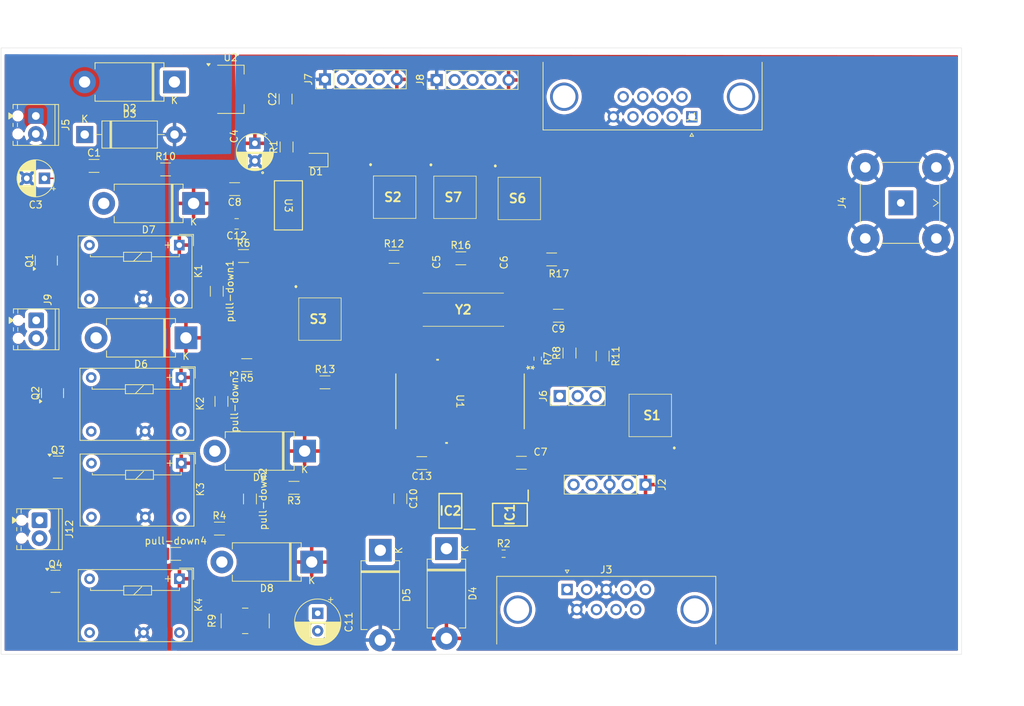
<source format=kicad_pcb>
(kicad_pcb (version 20241229) (generator "pcbnew") (generator_version "9.0")
  (layers (0 "F.Cu" signal) (2 "B.Cu" signal) (13 "F.Paste" user) (15 "B.Paste" user) (5 "F.SilkS" user "F.Silkscreen") (7 "B.SilkS" user "B.Silkscreen") (1 "F.Mask" user) (3 "B.Mask" user) (25 "Edge.Cuts" user))
  (net 0 "")
  (net 1 "Net-(D2-K)")
  (net 2 "GNDPWR")
  (net 3 "+5V")
  (net 4 "GND")
  (net 5 "/Circuito Digital/OS-")
  (net 6 "/Circuito Digital/OS+")
  (net 7 "+3.3V")
  (net 8 "Net-(C9-Pad1)")
  (net 9 "Net-(D4-K)")
  (net 10 "Net-(D5-K)")
  (net 11 "Net-(D1-A)")
  (net 12 "+12V")
  (net 13 "/motores/H3")
  (net 14 "/motores/H4")
  (net 15 "/motores/H1")
  (net 16 "/motores/H2")
  (net 17 "/Circuito Digital/CAN-")
  (net 18 "/Circuito Digital/CAN+")
  (net 19 "/Circuito Digital/CAN_TX")
  (net 20 "/Circuito Digital/CAN_RX")
  (net 23 "SENSOR")
  (net 25 "Net-(IC2-VIN+)")
  (net 28 "/Circuito Digital/USART_RX")
  (net 33 "/Circuito Digital/USART_TX")
  (net 36 "/Circuito Digital/PGD")
  (net 37 "/Circuito Digital/PGC")
  (net 38 "/Circuito Digital/PROG_MCLR")
  (net 46 "/Circuito Digital/RF")
  (net 47 "/Circuito Digital/MCLR")
  (net 48 "/Circuito Digital/MAN_MCLR")
  (net 49 "CLOSE")
  (net 51 "OPEN")
  (net 52 "DOWN")
  (net 54 "UP")
  (net 55 "/motores/LIN2")
  (net 56 "/motores/LIN1")
  (net 57 "/motores/DC1")
  (net 58 "/motores/DC2")
  (net 59 "Net-(Q1-G)")
  (net 60 "Net-(Q3-G)")
  (net 61 "Net-(Q2-G)")
  (net 62 "Net-(Q4-G)")
  (net 63 "L_DC")
  (net 64 "R_DC")
  (net 65 "R_LIN")
  (net 66 "L_LIN")
  (net 67 "/Circuito Digital/FINAL_ALTO")
  (net 68 "/Circuito Digital/L_DC")
  (net 70 "/Circuito Digital/OUT_RFID")
  (net 71 "/Circuito Digital/L_LIN")
  (net 72 "/Circuito Digital/R_LIN")
  (net 73 "/Circuito Digital/FINAL_BAJO")
  (net 74 "/Circuito Digital/RESET_RFID")
  (net 75 "/Circuito Digital/IN_RFID")
  (net 76 "/Circuito Digital/SENSOR")
  (net 78 "/Circuito Digital/R_DC")
  (footprint "Capacitor_SMD:C_1206_3216Metric" (layer "F.Cu") (at 124.74 79.585 -90)
    (property "Reference" "pull-down1" (at 0 -1.85 90) (layer "F.SilkS"))
    (property "Value" "10k")
    (pad "1" smd roundrect (at -1.475 0 270) (size 1.15 1.8) (layers "F.Cu" "F.Mask" "F.Paste") (roundrect_rratio 0.217391) (net 59 "Net-(Q1-G)"))
    (pad "2" smd roundrect (at 1.475 0 270) (size 1.15 1.8) (layers "F.Cu" "F.Mask" "F.Paste") (roundrect_rratio 0.217391) (net 4 "GND"))
  )
  (footprint "Diode_THT:D_DO-15_P12.70mm_Horizontal" (layer "F.Cu") (at 106.07 57.41)
    (property "Reference" "D3" (at 6.35 -2.92 0) (layer "F.SilkS"))
    (property "Value" "D_Zener")
    (fp_text user "K" (at 0 -2.2 0) (layer "F.SilkS"))
    (pad "1" thru_hole rect (at 0 0) (size 2.4 2.4) (drill 1.2) (layers "*.Cu" "*.Mask") (net 1 "Net-(D2-K)"))
    (pad "2" thru_hole oval (at 12.7 0) (size 2.4 2.4) (drill 1.2) (layers "*.Cu" "*.Mask") (net 2 "GNDPWR"))
  )
  (footprint "Relay_THT:Relay_SPDT_Omron_G6E" (layer "F.Cu") (at 119.44 73.05 -90)
    (property "Reference" "K1" (at 3.7 -2.7 90) (layer "F.SilkS"))
    (property "Value" "G6E")
    (pad "1" thru_hole rect (at 0 0 180) (size 1.50114 1.50114) (drill 0.8001) (layers "*.Cu" "*.Mask") (net 3 "+5V"))
    (pad "6" thru_hole circle (at 0 12.7 180) (size 1.50114 1.50114) (drill 0.8001) (layers "*.Cu" "*.Mask") (net 14 "/motores/H4"))
    (pad "7" thru_hole circle (at 7.62 12.7 180) (size 1.50114 1.50114) (drill 0.8001) (layers "*.Cu" "*.Mask") (net 56 "/motores/LIN1"))
    (pad "10" thru_hole circle (at 7.62 5.08 180) (size 1.50114 1.50114) (drill 0.8001) (layers "*.Cu" "*.Mask") (net 2 "GNDPWR"))
    (pad "12" thru_hole circle (at 7.62 0 180) (size 1.50114 1.50114) (drill 0.8001) (layers "*.Cu" "*.Mask") (net 12 "+12V"))
  )
  (footprint "Capacitor_SMD:C_1206_3216Metric" (layer "F.Cu") (at 150.7 108.925 -90)
    (property "Reference" "C10" (at 0 -1.85 90) (layer "F.SilkS"))
    (property "Value" "100n")
    (pad "1" smd roundrect (at -1.475 0 270) (size 1.15 1.8) (layers "F.Cu" "F.Mask" "F.Paste") (roundrect_rratio 0.217391) (net 3 "+5V"))
    (pad "2" smd roundrect (at 1.475 0 270) (size 1.15 1.8) (layers "F.Cu" "F.Mask" "F.Paste") (roundrect_rratio 0.217391) (net 4 "GND"))
  )
  (footprint "TerminalBlock_Phoenix:TerminalBlock_Phoenix_MPT-0,5-2-2.54_1x02_P2.54mm_Horizontal" (layer "F.Cu") (at 99.68 111.98 -90)
    (property "Reference" "J12" (at 1.27 -4.22 90) (layer "F.SilkS"))
    (property "Value" "motor_dc")
    (pad "" np_thru_hole circle (at 0 2.54 270) (size 1.1 1.1) (drill 1.1) (layers "*.Cu" "*.Mask"))
    (pad "" np_thru_hole circle (at 2.54 2.54 270) (size 1.1 1.1) (drill 1.1) (layers "*.Cu" "*.Mask"))
    (pad "1" thru_hole roundrect (at 0 0 270) (size 2.2 2.2) (drill 1.1) (layers "*.Cu" "*.Mask") (roundrect_rratio 0.113636) (net 58 "/motores/DC2"))
    (pad "2" thru_hole circle (at 2.54 0 270) (size 2.2 2.2) (drill 1.1) (layers "*.Cu" "*.Mask") (net 57 "/motores/DC1"))
  )
  (footprint "Diode_THT:D_DO-201AD_P12.70mm_Horizontal" (layer "F.Cu") (at 118.75 49.97 180)
    (property "Reference" "D2" (at 6.35 -3.72 0) (layer "F.SilkS"))
    (property "Value" "D")
    (fp_text user "K" (at 0 -2.6 0) (layer "F.SilkS"))
    (pad "1" thru_hole rect (at 0 0 180) (size 3.2 3.2) (drill 1.6) (layers "*.Cu" "*.Mask") (net 1 "Net-(D2-K)"))
    (pad "2" thru_hole oval (at 12.7 0 180) (size 3.2 3.2) (drill 1.6) (layers "*.Cu" "*.Mask") (net 12 "+12V"))
  )
  (footprint "Connector_PinHeader_2.54mm:PinHeader_1x05_P2.54mm_Vertical" (layer "F.Cu") (at 185.36 106.94 -90)
    (property "Reference" "J2" (at 0 -2.33 90) (layer "F.SilkS"))
    (property "Value" "ICSP")
    (pad "1" thru_hole rect (at 0 0 270) (size 1.7 1.7) (drill 1) (layers "*.Cu" "*.Mask") (net 3 "+5V"))
    (pad "2" thru_hole oval (at 0 2.54 270) (size 1.7 1.7) (drill 1) (layers "*.Cu" "*.Mask") (net 38 "/Circuito Digital/PROG_MCLR"))
    (pad "3" thru_hole oval (at 0 5.08 270) (size 1.7 1.7) (drill 1) (layers "*.Cu" "*.Mask") (net 4 "GND"))
    (pad "4" thru_hole oval (at 0 7.62 270) (size 1.7 1.7) (drill 1) (layers "*.Cu" "*.Mask") (net 37 "/Circuito Digital/PGC"))
    (pad "5" thru_hole oval (at 0 10.16 270) (size 1.7 1.7) (drill 1) (layers "*.Cu" "*.Mask") (net 36 "/Circuito Digital/PGD"))
  )
  (footprint "3-1437565-0:314375650" (layer "F.Cu") (at 186.03 97.15 180)
    (property "Reference" "S1" (at -0.25 0 0) (layer "F.SilkS") (effects (font (size 1.27 1.27) (thickness 0.254))))
    (property "Value" "3-1437565-0" (hide yes))
    (pad "1" smd rect (at -2.23 -4.55 180) (size 1.4 2.1) (layers "F.Cu" "F.Mask" "F.Paste") (net 4 "GND"))
    (pad "2" smd rect (at -2.23 4.55 180) (size 1.4 2.1) (layers "F.Cu" "F.Mask" "F.Paste") (net 4 "GND"))
    (pad "3" smd rect (at 2.23 -4.55 180) (size 1.4 2.1) (layers "F.Cu" "F.Mask" "F.Paste") (net 48 "/Circuito Digital/MAN_MCLR"))
    (pad "4" smd rect (at 2.23 4.55 180) (size 1.4 2.1) (layers "F.Cu" "F.Mask" "F.Paste") (net 48 "/Circuito Digital/MAN_MCLR"))
  )
  (footprint "Capacitor_SMD:C_1206_3216Metric" (layer "F.Cu") (at 179.3 88.755 -90)
    (property "Reference" "R11" (at 0 -1.85 90) (layer "F.SilkS"))
    (property "Value" "10k")
    (pad "1" smd roundrect (at -1.475 0 270) (size 1.15 1.8) (layers "F.Cu" "F.Mask" "F.Paste") (roundrect_rratio 0.217391) (net 3 "+5V"))
    (pad "2" smd roundrect (at 1.475 0 270) (size 1.15 1.8) (layers "F.Cu" "F.Mask" "F.Paste") (roundrect_rratio 0.217391) (net 48 "/Circuito Digital/MAN_MCLR"))
  )
  (footprint "3-1437565-0:314375650" (layer "F.Cu") (at 158.42 66.29)
    (property "Reference" "S7" (at -0.25 0 0) (layer "F.SilkS") (effects (font (size 1.27 1.27) (thickness 0.254))))
    (property "Value" "3-1437565-0" (hide yes))
    (pad "1" smd rect (at -2.23 -4.55) (size 1.4 2.1) (layers "F.Cu" "F.Mask" "F.Paste") (net 4 "GND"))
    (pad "2" smd rect (at -2.23 4.55) (size 1.4 2.1) (layers "F.Cu" "F.Mask" "F.Paste") (net 4 "GND"))
    (pad "3" smd rect (at 2.23 -4.55) (size 1.4 2.1) (layers "F.Cu" "F.Mask" "F.Paste") (net 54 "UP"))
    (pad "4" smd rect (at 2.23 4.55) (size 1.4 2.1) (layers "F.Cu" "F.Mask" "F.Paste") (net 54 "UP"))
  )
  (footprint "Package_TO_SOT_SMD:SOT-23" (layer "F.Cu") (at 102.2725 104.46)
    (property "Reference" "Q3" (at 0 -2.4 0) (layer "F.SilkS"))
    (property "Value" "AO3401A")
    (pad "1" smd roundrect (at -0.9375 -0.95) (size 1.475 0.6) (layers "F.Cu" "F.Mask" "F.Paste") (net 60 "Net-(Q3-G)"))
    (pad "2" smd roundrect (at -0.9375 0.95) (size 1.475 0.6) (layers "F.Cu" "F.Mask" "F.Paste") (net 2 "GNDPWR"))
    (pad "3" smd roundrect (at 0.9375 0) (size 1.475 0.6) (layers "F.Cu" "F.Mask" "F.Paste") (net 16 "/motores/H2"))
  )
  (footprint "Resistor_SMD:R_Shunt_Ohmite_LVK25" (layer "F.Cu") (at 128.76 126.22 90)
    (property "Reference" "R9" (at 0 -4.7 90) (layer "F.SilkS"))
    (property "Value" "R_Shunt")
    (pad "1" smd rect (at -1.8 -2.15 90) (size 1.4 3.3) (layers "F.Cu" "F.Mask" "F.Paste") (net 58 "/motores/DC2"))
    (pad "2" smd rect (at -1.8 2.15 90) (size 1.4 3.3) (layers "F.Cu" "F.Mask" "F.Paste") (net 25 "Net-(IC2-VIN+)"))
    (pad "3" smd rect (at 1.8 -2.15 90) (size 1.4 3.3) (layers "F.Cu" "F.Mask" "F.Paste") (net 10 "Net-(D5-K)"))
    (pad "4" smd rect (at 1.8 2.15 90) (size 1.4 3.3) (layers "F.Cu" "F.Mask" "F.Paste") (net 2 "GNDPWR"))
  )
  (footprint "3-1437565-0:314375650" (layer "F.Cu") (at 149.89 66.27)
    (property "Reference" "S2" (at -0.25 0 0) (layer "F.SilkS") (effects (font (size 1.27 1.27) (thickness 0.254))))
    (property "Value" "3-1437565-0" (hide yes))
    (pad "1" smd rect (at -2.23 -4.55) (size 1.4 2.1) (layers "F.Cu" "F.Mask" "F.Paste") (net 4 "GND"))
    (pad "2" smd rect (at -2.23 4.55) (size 1.4 2.1) (layers "F.Cu" "F.Mask" "F.Paste") (net 4 "GND"))
    (pad "3" smd rect (at 2.23 -4.55) (size 1.4 2.1) (layers "F.Cu" "F.Mask" "F.Paste") (net 51 "OPEN"))
    (pad "4" smd rect (at 2.23 4.55) (size 1.4 2.1) (layers "F.Cu" "F.Mask" "F.Paste") (net 51 "OPEN"))
  )
  (footprint "Resistor_SMD:R_0603_1608Metric" (layer "F.Cu") (at 165.3 116.71)
    (property "Reference" "R2" (at 0 -1.43 0) (layer "F.SilkS"))
    (property "Value" "60")
    (pad "1" smd roundrect (at -0.825 0) (size 0.8 0.95) (layers "F.Cu" "F.Mask" "F.Paste") (net 17 "/Circuito Digital/CAN-"))
    (pad "2" smd roundrect (at 0.825 0) (size 0.8 0.95) (layers "F.Cu" "F.Mask" "F.Paste") (net 18 "/Circuito Digital/CAN+"))
  )
  (footprint "Connector_PinHeader_2.54mm:PinHeader_1x05_P2.54mm_Vertical" (layer "F.Cu") (at 140.04 49.6 90)
    (property "Reference" "J7" (at 0 -2.33 90) (layer "F.SilkS"))
    (property "Value" "DOOR")
    (pad "1" thru_hole rect (at 0 0 90) (size 1.7 1.7) (drill 1) (layers "*.Cu" "*.Mask") (net 4 "GND"))
    (pad "2" thru_hole oval (at 0 2.54 90) (size 1.7 1.7) (drill 1) (layers "*.Cu" "*.Mask"))
    (pad "3" thru_hole oval (at 0 5.08 90) (size 1.7 1.7) (drill 1) (layers "*.Cu" "*.Mask") (net 49 "CLOSE"))
    (pad "4" thru_hole oval (at 0 7.62 90) (size 1.7 1.7) (drill 1) (layers "*.Cu" "*.Mask") (net 51 "OPEN"))
    (pad "5" thru_hole oval (at 0 10.16 90) (size 1.7 1.7) (drill 1) (layers "*.Cu" "*.Mask") (net 3 "+5V"))
  )
  (footprint "3-1437565-0:314375650" (layer "F.Cu") (at 167.52 66.45)
    (property "Reference" "S6" (at -0.25 0 0) (layer "F.SilkS") (effects (font (size 1.27 1.27) (thickness 0.254))))
    (property "Value" "3-1437565-0" (hide yes))
    (pad "1" smd rect (at -2.23 -4.55) (size 1.4 2.1) (layers "F.Cu" "F.Mask" "F.Paste") (net 4 "GND"))
    (pad "2" smd rect (at -2.23 4.55) (size 1.4 2.1) (layers "F.Cu" "F.Mask" "F.Paste") (net 4 "GND"))
    (pad "3" smd rect (at 2.23 -4.55) (size 1.4 2.1) (layers "F.Cu" "F.Mask" "F.Paste") (net 52 "DOWN"))
    (pad "4" smd rect (at 2.23 4.55) (size 1.4 2.1) (layers "F.Cu" "F.Mask" "F.Paste") (net 52 "DOWN"))
  )
  (footprint "PIC18F2580T_I_SO:SOIC28-W_MC_MCH" (layer "F.Cu") (at 159.135 95.155 -90)
    (property "Reference" "U1" (at 0 0 270) (layer "F.SilkS"))
    (property "Value" "PIC18F2580T-I/SO")
    (fp_text user "*" (at -4.769 -9.9568 270) (layer "F.SilkS"))
    (fp_text user "*" (at -4.769 -9.9568 90) (layer "F.SilkS"))
    (pad "1" smd rect (at -4.515 -8.255 270) (size 1.9812 0.5588) (layers "F.Cu" "F.Mask" "F.Paste") (net 47 "/Circuito Digital/MCLR"))
    (pad "2" smd rect (at -4.515 -6.985 270) (size 1.9812 0.5588) (layers "F.Cu" "F.Mask" "F.Paste") (net 68 "/Circuito Digital/L_DC"))
    (pad "3" smd rect (at -4.515 -5.715 270) (size 1.9812 0.5588) (layers "F.Cu" "F.Mask" "F.Paste") (net 78 "/Circuito Digital/R_DC"))
    (pad "4" smd rect (at -4.515 -4.445 270) (size 1.9812 0.5588) (layers "F.Cu" "F.Mask" "F.Paste") (net 71 "/Circuito Digital/L_LIN"))
    (pad "5" smd rect (at -4.515 -3.175 270) (size 1.9812 0.5588) (layers "F.Cu" "F.Mask" "F.Paste") (net 72 "/Circuito Digital/R_LIN"))
    (pad "6" smd rect (at -4.515 -1.905 270) (size 1.9812 0.5588) (layers "F.Cu" "F.Mask" "F.Paste"))
    (pad "7" smd rect (at -4.515 -0.635 270) (size 1.9812 0.5588) (layers "F.Cu" "F.Mask" "F.Paste") (net 52 "DOWN"))
    (pad "8" smd rect (at -4.515 0.635 270) (size 1.9812 0.5588) (layers "F.Cu" "F.Mask" "F.Paste") (net 4 "GND"))
    (pad "9" smd rect (at -4.515 1.905 270) (size 1.9812 0.5588) (layers "F.Cu" "F.Mask" "F.Paste") (net 6 "/Circuito Digital/OS+"))
    (pad "10" smd rect (at -4.515 3.175 270) (size 1.9812 0.5588) (layers "F.Cu" "F.Mask" "F.Paste") (net 5 "/Circuito Digital/OS-"))
    (pad "11" smd rect (at -4.515 4.445 270) (size 1.9812 0.5588) (layers "F.Cu" "F.Mask" "F.Paste") (net 54 "UP"))
    (pad "12" smd rect (at -4.515 5.715 270) (size 1.9812 0.5588) (layers "F.Cu" "F.Mask" "F.Paste") (net 51 "OPEN"))
    (pad "13" smd rect (at -4.515 6.985 270) (size 1.9812 0.5588) (layers "F.Cu" "F.Mask" "F.Paste") (net 49 "CLOSE"))
    (pad "14" smd rect (at -4.515 8.255 270) (size 1.9812 0.5588) (layers "F.Cu" "F.Mask" "F.Paste") (net 74 "/Circuito Digital/RESET_RFID"))
    (pad "15" smd rect (at 4.515 8.255 270) (size 1.9812 0.5588) (layers "F.Cu" "F.Mask" "F.Paste") (net 70 "/Circuito Digital/OUT_RFID"))
    (pad "16" smd rect (at 4.515 6.985 270) (size 1.9812 0.5588) (layers "F.Cu" "F.Mask" "F.Paste") (net 75 "/Circuito Digital/IN_RFID"))
    (pad "17" smd rect (at 4.515 5.715 270) (size 1.9812 0.5588) (layers "F.Cu" "F.Mask" "F.Paste") (net 33 "/Circuito Digital/USART_TX"))
    (pad "18" smd rect (at 4.515 4.445 270) (size 1.9812 0.5588) (layers "F.Cu" "F.Mask" "F.Paste") (net 28 "/Circuito Digital/USART_RX"))
    (pad "19" smd rect (at 4.515 3.175 270) (size 1.9812 0.5588) (layers "F.Cu" "F.Mask" "F.Paste") (net 4 "GND"))
    (pad "20" smd rect (at 4.515 1.905 270) (size 1.9812 0.5588) (layers "F.Cu" "F.Mask" "F.Paste") (net 3 "+5V"))
    (pad "21" smd rect (at 4.515 0.635 270) (size 1.9812 0.5588) (layers "F.Cu" "F.Mask" "F.Paste") (net 67 "/Circuito Digital/FINAL_ALTO"))
    (pad "22" smd rect (at 4.515 -0.635 270) (size 1.9812 0.5588) (layers "F.Cu" "F.Mask" "F.Paste") (net 76 "/Circuito Digital/SENSOR"))
    (pad "23" smd rect (at 4.515 -1.905 270) (size 1.9812 0.5588) (layers "F.Cu" "F.Mask" "F.Paste") (net 19 "/Circuito Digital/CAN_TX"))
    (pad "24" smd rect (at 4.515 -3.175 270) (size 1.9812 0.5588) (layers "F.Cu" "F.Mask" "F.Paste") (net 20 "/Circuito Digital/CAN_RX"))
    (pad "25" smd rect (at 4.515 -4.445 270) (size 1.9812 0.5588) (layers "F.Cu" "F.Mask" "F.Paste") (net 73 "/Circuito Digital/FINAL_BAJO"))
    (pad "26" smd rect (at 4.515 -5.715 270) (size 1.9812 0.5588) (layers "F.Cu" "F.Mask" "F.Paste"))
    (pad "27" smd rect (at 4.515 -6.985 270) (size 1.9812 0.5588) (layers "F.Cu" "F.Mask" "F.Paste") (net 37 "/Circuito Digital/PGC"))
    (pad "28" smd rect (at 4.515 -8.255 270) (size 1.9812 0.5588) (layers "F.Cu" "F.Mask" "F.Paste") (net 36 "/Circuito Digital/PGD"))
  )
  (footprint "Capacitor_SMD:C_1206_3216Metric" (layer "F.Cu") (at 149.8 74.71)
    (property "Reference" "R12" (at 0 -1.85 0) (layer "F.SilkS"))
    (property "Value" "10k")
    (pad "1" smd roundrect (at -1.475 0) (size 1.15 1.8) (layers "F.Cu" "F.Mask" "F.Paste") (roundrect_rratio 0.217391) (net 3 "+5V"))
    (pad "2" smd roundrect (at 1.475 0) (size 1.15 1.8) (layers "F.Cu" "F.Mask" "F.Paste") (roundrect_rratio 0.217391) (net 51 "OPEN"))
  )
  (footprint "Capacitor_SMD:C_1206_3216Metric" (layer "F.Cu") (at 140.04 92.47)
    (property "Reference" "R13" (at 0 -1.85 0) (layer "F.SilkS"))
    (property "Value" "10k")
    (pad "1" smd roundrect (at -1.475 0) (size 1.15 1.8) (layers "F.Cu" "F.Mask" "F.Paste") (roundrect_rratio 0.217391) (net 3 "+5V"))
    (pad "2" smd roundrect (at 1.475 0) (size 1.15 1.8) (layers "F.Cu" "F.Mask" "F.Paste") (roundrect_rratio 0.217391) (net 49 "CLOSE"))
  )
  (footprint "Capacitor_SMD:C_1206_3216Metric" (layer "F.Cu") (at 167.81 103.85)
    (property "Reference" "C7" (at 2.7 -1.53 0) (layer "F.SilkS"))
    (property "Value" "100n")
    (pad "1" smd roundrect (at -1.475 0) (size 1.15 1.8) (layers "F.Cu" "F.Mask" "F.Paste") (roundrect_rratio 0.217391) (net 7 "+3.3V"))
    (pad "2" smd roundrect (at 1.475 0) (size 1.15 1.8) (layers "F.Cu" "F.Mask" "F.Paste") (roundrect_rratio 0.217391) (net 4 "GND"))
  )
  (footprint "Connector_Dsub:DSUB-9_Pins_Horizontal_P2.77x2.84mm_EdgePinOffset4.94mm_Housed_MountingHolesOffset4.94mm" (layer "F.Cu") (at 174.27 121.78)
    (property "Reference" "J3" (at 5.54 -2.8 0) (layer "F.SilkS"))
    (property "Value" "DE9_Plug_MountingHoles")
    (pad "0" thru_hole circle (at -6.96 2.84) (size 4 4) (drill 3.2) (layers "*.Cu" "*.Mask"))
    (pad "0" thru_hole circle (at 18.04 2.84) (size 4 4) (drill 3.2) (layers "*.Cu" "*.Mask"))
    (pad "1" thru_hole rect (at 0 0) (size 1.6 1.6) (drill 1) (layers "*.Cu" "*.Mask"))
    (pad "2" thru_hole circle (at 2.77 0) (size 1.6 1.6) (drill 1) (layers "*.Cu" "*.Mask") (net 17 "/Circuito Digital/CAN-"))
    (pad "3" thru_hole circle (at 5.54 0) (size 1.6 1.6) (drill 1) (layers "*.Cu" "*.Mask") (net 4 "GND"))
    (pad "4" thru_hole circle (at 8.31 0) (size 1.6 1.6) (drill 1) (layers "*.Cu" "*.Mask"))
    (pad "5" thru_hole circle (at 11.08 0) (size 1.6 1.6) (drill 1) (layers "*.Cu" "*.Mask"))
    (pad "6" thru_hole circle (at 1.385 2.84) (size 1.6 1.6) (drill 1) (layers "*.Cu" "*.Mask") (net 4 "GND"))
    (pad "7" thru_hole circle (at 4.155 2.84) (size 1.6 1.6) (drill 1) (layers "*.Cu" "*.Mask") (net 18 "/Circuito Digital/CAN+"))
    (pad "8" thru_hole circle (at 6.925 2.84) (size 1.6 1.6) (drill 1) (layers "*.Cu" "*.Mask"))
    (pad "9" thru_hole circle (at 9.695 2.84) (size 1.6 1.6) (drill 1) (layers "*.Cu" "*.Mask"))
  )
  (footprint "MAX3051ESA+:SOIC127P600X175-8N" (layer "F.Cu") (at 166.19 111.19 -90)
    (property "Reference" "IC1" (at 0 0 90) (layer "F.SilkS") (effects (font (size 1.27 1.27) (thickness 0.254))))
    (property "Value" "MAX3051ESA+" (hide yes))
    (pad "1" smd rect (at -2.712 -1.905) (size 0.65 1.525) (layers "F.Cu" "F.Mask" "F.Paste") (net 19 "/Circuito Digital/CAN_TX"))
    (pad "2" smd rect (at -2.712 -0.635) (size 0.65 1.525) (layers "F.Cu" "F.Mask" "F.Paste") (net 4 "GND"))
    (pad "3" smd rect (at -2.712 0.635) (size 0.65 1.525) (layers "F.Cu" "F.Mask" "F.Paste") (net 7 "+3.3V"))
    (pad "4" smd rect (at -2.712 1.905) (size 0.65 1.525) (layers "F.Cu" "F.Mask" "F.Paste") (net 20 "/Circuito Digital/CAN_RX"))
    (pad "5" smd rect (at 2.712 1.905) (size 0.65 1.525) (layers "F.Cu" "F.Mask" "F.Paste"))
    (pad "6" smd rect (at 2.712 0.635) (size 0.65 1.525) (layers "F.Cu" "F.Mask" "F.Paste") (net 17 "/Circuito Digital/CAN-"))
    (pad "7" smd rect (at 2.712 -0.635) (size 0.65 1.525) (layers "F.Cu" "F.Mask" "F.Paste") (net 18 "/Circuito Digital/CAN+"))
    (pad "8" smd rect (at 2.712 -1.905) (size 0.65 1.525) (layers "F.Cu" "F.Mask" "F.Paste") (net 4 "GND"))
  )
  (footprint "LED_SMD:LED_0805_2012Metric" (layer "F.Cu") (at 138.7825 61.02 180)
    (property "Reference" "D1" (at 0 -1.65 0) (layer "F.SilkS"))
    (property "Value" "LED")
    (pad "1" smd roundrect (at -0.9375 0 180) (size 0.975 1.4) (layers "F.Cu" "F.Mask" "F.Paste") (net 4 "GND"))
    (pad "2" smd roundrect (at 0.9375 0 180) (size 0.975 1.4) (layers "F.Cu" "F.Mask" "F.Paste") (net 11 "Net-(D1-A)"))
  )
  (footprint "Capacitor_SMD:C_0201_0603Metric" (layer "F.Cu") (at 154.76 75.435 -90)
    (property "Reference" "C5" (at 0 -1.05 90) (layer "F.SilkS"))
    (property "Value" "21p")
    (pad "1" smd roundrect (at -0.32 0 270) (size 0.46 0.4) (layers "F.Cu" "F.Mask") (net 5 "/Circuito Digital/OS-"))
    (pad "2" smd roundrect (at 0.32 0 270) (size 0.46 0.4) (layers "F.Cu" "F.Mask") (net 4 "GND"))
  )
  (footprint "Capacitor_SMD:C_1206_3216Metric" (layer "F.Cu") (at 172.09 75.08 180)
    (property "Reference" "R17" (at -1.01 -2.02 0) (layer "F.SilkS"))
    (property "Value" "10k")
    (pad "1" smd roundrect (at -1.475 0 180) (size 1.15 1.8) (layers "F.Cu" "F.Mask" "F.Paste") (roundrect_rratio 0.217391) (net 3 "+5V"))
    (pad "2" smd roundrect (at 1.475 0 180) (size 1.15 1.8) (layers "F.Cu" "F.Mask" "F.Paste") (roundrect_rratio 0.217391) (net 52 "DOWN"))
  )
  (footprint "Capacitor_THT:CP_Radial_D5.0mm_P2.50mm" (layer "F.Cu") (at 100.38 63.6 180)
    (property "Reference" "C3" (at 1.25 -3.75 0) (layer "F.SilkS"))
    (property "Value" "10u")
    (pad "1" thru_hole rect (at 0 0 180) (size 1.6 1.6) (drill 0.8) (layers "*.Cu" "*.Mask") (net 1 "Net-(D2-K)"))
    (pad "2" thru_hole circle (at 2.5 0 180) (size 1.6 1.6) (drill 0.8) (layers "*.Cu" "*.Mask") (net 2 "GNDPWR"))
  )
  (footprint "Package_TO_SOT_SMD:SOT-23" (layer "F.Cu") (at 101.9325 120.62)
    (property "Reference" "Q4" (at 0 -2.4 0) (layer "F.SilkS"))
    (property "Value" "AO3401A")
    (pad "1" smd roundrect (at -0.9375 -0.95) (size 1.475 0.6) (layers "F.Cu" "F.Mask" "F.Paste") (net 62 "Net-(Q4-G)"))
    (pad "2" smd roundrect (at -0.9375 0.95) (size 1.475 0.6) (layers "F.Cu" "F.Mask" "F.Paste") (net 2 "GNDPWR"))
    (pad "3" smd roundrect (at 0.9375 0) (size 1.475 0.6) (layers "F.Cu" "F.Mask" "F.Paste") (net 15 "/motores/H1"))
  )
  (footprint "Capacitor_SMD:C_1206_3216Metric" (layer "F.Cu") (at 159.25 74.92)
    (property "Reference" "R16" (at 0 -1.85 0) (layer "F.SilkS"))
    (property "Value" "10k")
    (pad "1" smd roundrect (at -1.475 0) (size 1.15 1.8) (layers "F.Cu" "F.Mask" "F.Paste") (roundrect_rratio 0.217391) (net 3 "+5V"))
    (pad "2" smd roundrect (at 1.475 0) (size 1.15 1.8) (layers "F.Cu" "F.Mask" "F.Paste") (roundrect_rratio 0.217391) (net 54 "UP"))
  )
  (footprint "Capacitor_SMD:C_1206_3216Metric" (layer "F.Cu") (at 127.265 65.13 180)
    (property "Reference" "C8" (at 0 -1.85 0) (layer "F.SilkS"))
    (property "Value" "100n")
    (pad "1" smd roundrect (at -1.475 0 180) (size 1.15 1.8) (layers "F.Cu" "F.Mask" "F.Paste") (roundrect_rratio 0.217391) (net 3 "+5V"))
    (pad "2" smd roundrect (at 1.475 0 180) (size 1.15 1.8) (layers "F.Cu" "F.Mask" "F.Paste") (roundrect_rratio 0.217391) (net 4 "GND"))
  )
  (footprint "Capacitor_SMD:C_1206_3216Metric" (layer "F.Cu") (at 134.47 52.39 90)
    (property "Reference" "C2" (at 0 -1.85 90) (layer "F.SilkS"))
    (property "Value" "100n")
    (pad "1" smd roundrect (at -1.475 0 90) (size 1.15 1.8) (layers "F.Cu" "F.Mask" "F.Paste") (roundrect_rratio 0.217391) (net 3 "+5V"))
    (pad "2" smd roundrect (at 1.475 0 90) (size 1.15 1.8) (layers "F.Cu" "F.Mask" "F.Paste") (roundrect_rratio 0.217391) (net 4 "GND"))
  )
  (footprint "Relay_THT:Relay_SPDT_Omron_G6E" (layer "F.Cu") (at 119.69 91.78 -90)
    (property "Reference" "K2" (at 3.7 -2.7 90) (layer "F.SilkS"))
    (property "Value" "G6E")
    (pad "1" thru_hole rect (at 0 0 180) (size 1.50114 1.50114) (drill 0.8001) (layers "*.Cu" "*.Mask") (net 3 "+5V"))
    (pad "6" thru_hole circle (at 0 12.7 180) (size 1.50114 1.50114) (drill 0.8001) (layers "*.Cu" "*.Mask") (net 13 "/motores/H3"))
    (pad "7" thru_hole circle (at 7.62 12.7 180) (size 1.50114 1.50114) (drill 0.8001) (layers "*.Cu" "*.Mask") (net 55 "/motores/LIN2"))
    (pad "10" thru_hole circle (at 7.62 5.08 180) (size 1.50114 1.50114) (drill 0.8001) (layers "*.Cu" "*.Mask") (net 2 "GNDPWR"))
    (pad "12" thru_hole circle (at 7.62 0 180) (size 1.50114 1.50114) (drill 0.8001) (layers "*.Cu" "*.Mask") (net 12 "+12V"))
  )
  (footprint "Capacitor_SMD:C_1206_3216Metric" (layer "F.Cu") (at 125.4 95.165 -90)
    (property "Reference" "pull-down3" (at 0 -1.85 90) (layer "F.SilkS"))
    (property "Value" "10k")
    (pad "1" smd roundrect (at -1.475 0 270) (size 1.15 1.8) (layers "F.Cu" "F.Mask" "F.Paste") (roundrect_rratio 0.217391) (net 61 "Net-(Q2-G)"))
    (pad "2" smd roundrect (at 1.475 0 270) (size 1.15 1.8) (layers "F.Cu" "F.Mask" "F.Paste") (roundrect_rratio 0.217391) (net 4 "GND"))
  )
  (footprint "Diode_THT:D_DO-201AD_P12.70mm_Horizontal" (layer "F.Cu") (at 147.86 116.23 -90)
    (property "Reference" "D5" (at 6.35 -3.72 90) (layer "F.SilkS"))
    (property "Value" "D")
    (fp_text user "K" (at 0 -2.6 90) (layer "F.SilkS"))
    (pad "1" thru_hole rect (at 0 0 270) (size 3.2 3.2) (drill 1.6) (layers "*.Cu" "*.Mask") (net 10 "Net-(D5-K)"))
    (pad "2" thru_hole oval (at 12.7 0 270) (size 3.2 3.2) (drill 1.6) (layers "*.Cu" "*.Mask") (net 4 "GND"))
  )
  (footprint "Diode_THT:D_DO-201AD_P12.70mm_Horizontal" (layer "F.Cu") (at 138.16 117.89 180)
    (property "Reference" "D8" (at 6.35 -3.72 0) (layer "F.SilkS"))
    (property "Value" "D")
    (fp_text user "K" (at 0 -2.6 0) (layer "F.SilkS"))
    (pad "1" thru_hole rect (at 0 0 180) (size 3.2 3.2) (drill 1.6) (layers "*.Cu" "*.Mask") (net 3 "+5V"))
    (pad "2" thru_hole oval (at 12.7 0 180) (size 3.2 3.2) (drill 1.6) (layers "*.Cu" "*.Mask") (net 15 "/motores/H1"))
  )
  (footprint "Relay_THT:Relay_SPDT_Omron_G6E" (layer "F.Cu") (at 119.46 120.26 -90)
    (property "Reference" "K4" (at 3.7 -2.7 90) (layer "F.SilkS"))
    (property "Value" "G6E")
    (pad "1" thru_hole rect (at 0 0 180) (size 1.50114 1.50114) (drill 0.8001) (layers "*.Cu" "*.Mask") (net 3 "+5V"))
    (pad "6" thru_hole circle (at 0 12.7 180) (size 1.50114 1.50114) (drill 0.8001) (layers "*.Cu" "*.Mask") (net 15 "/motores/H1"))
    (pad "7" thru_hole circle (at 7.62 12.7 180) (size 1.50114 1.50114) (drill 0.8001) (layers "*.Cu" "*.Mask") (net 58 "/motores/DC2"))
    (pad "10" thru_hole circle (at 7.62 5.08 180) (size 1.50114 1.50114) (drill 0.8001) (layers "*.Cu" "*.Mask") (net 2 "GNDPWR"))
    (pad "12" thru_hole circle (at 7.62 0 180) (size 1.50114 1.50114) (drill 0.8001) (layers "*.Cu" "*.Mask") (net 12 "+12V"))
  )
  (footprint "Capacitor_SMD:C_0805_2012Metric" (layer "F.Cu") (at 127.55 70.04 180)
    (property "Reference" "C12" (at 0 -1.68 0) (layer "F.SilkS"))
    (property "Value" "1uF")
    (pad "1" smd roundrect (at -0.95 0 180) (size 1 1.45) (layers "F.Cu" "F.Mask" "F.Paste") (net 7 "+3.3V"))
    (pad "2" smd roundrect (at 0.95 0 180) (size 1 1.45) (layers "F.Cu" "F.Mask" "F.Paste") (net 4 "GND"))
  )
  (footprint "ABLS8000MHZB2T:ABLS8000MHZB2T" (layer "F.Cu") (at 159.6 82.19 180)
    (property "Reference" "Y2" (at 0 0 0) (layer "F.SilkS") (effects (font (size 1.27 1.27) (thickness 0.254))))
    (property "Value" "ABLS" (hide yes))
    (pad "1" smd rect (at -4.75 0 270) (size 2.1 5.6) (layers "F.Cu" "F.Mask" "F.Paste") (net 6 "/Circuito Digital/OS+"))
    (pad "2" smd rect (at 4.75 0 270) (size 2.1 5.6) (layers "F.Cu" "F.Mask" "F.Paste") (net 5 "/Circuito Digital/OS-"))
  )
  (footprint "Capacitor_SMD:C_1206_3216Metric" (layer "F.Cu") (at 107.39 61.85)
    (property "Reference" "C1" (at 0 -1.85 0) (layer "F.SilkS"))
    (property "Value" "100n")
    (pad "1" smd roundrect (at -1.475 0) (size 1.15 1.8) (layers "F.Cu" "F.Mask" "F.Paste") (roundrect_rratio 0.217391) (net 1 "Net-(D2-K)"))
    (pad "2" smd roundrect (at 1.475 0) (size 1.15 1.8) (layers "F.Cu" "F.Mask" "F.Paste") (roundrect_rratio 0.217391) (net 2 "GNDPWR"))
  )
  (footprint "Package_TO_SOT_SMD:SOT-223-3_TabPin2" (layer "F.Cu") (at 126.7 51.01)
    (property "Reference" "U2" (at 0 -4.5 0) (layer "F.SilkS"))
    (property "Value" "lm1117-5V")
    (pad "1" smd roundrect (at -3.15 -2.3) (size 2 1.5) (layers "F.Cu" "F.Mask" "F.Paste") (net 2 "GNDPWR"))
    (pad "2" smd roundrect (at -3.15 0) (size 2 1.5) (layers "F.Cu" "F.Mask" "F.Paste") (net 3 "+5V"))
    (pad "3" smd roundrect (at -3.15 2.3) (size 2 1.5) (layers "F.Cu" "F.Mask" "F.Paste") (net 1 "Net-(D2-K)"))
    (pad "4" smd roundrect (at 3.15 0) (size 2 3.8) (layers "F.Cu" "F.Mask" "F.Paste") (net 3 "+5V"))
  )
  (footprint "Resistor_SMD:R_1206_3216Metric" (layer "F.Cu") (at 135.66 107.39 180)
    (property "Reference" "R3" (at 0 -1.82 0) (layer "F.SilkS"))
    (property "Value" "10k")
    (pad "1" smd roundrect (at -1.4625 0 180) (size 1.125 1.75) (layers "F.Cu" "F.Mask" "F.Paste") (roundrect_rratio 0.222222) (net 63 "L_DC"))
    (pad "2" smd roundrect (at 1.4625 0 180) (size 1.125 1.75) (layers "F.Cu" "F.Mask" "F.Paste") (roundrect_rratio 0.222222) (net 60 "Net-(Q3-G)"))
  )
  (footprint "IR2175STRPBF:SOIC127P600X175-8N" (layer "F.Cu") (at 157.772 110.655 180)
    (property "Reference" "IC2" (at 0 0 0) (layer "F.SilkS") (effects (font (size 1.27 1.27) (thickness 0.254))))
    (property "Value" "IR2175STRPBF" (hide yes))
    (pad "1" smd rect (at -2.712 -1.905 270) (size 0.7 1.525) (layers "F.Cu" "F.Mask" "F.Paste") (net 3 "+5V"))
    (pad "2" smd rect (at -2.712 -0.635 270) (size 0.7 1.525) (layers "F.Cu" "F.Mask" "F.Paste"))
    (pad "3" smd rect (at -2.712 0.635 270) (size 0.7 1.525) (layers "F.Cu" "F.Mask" "F.Paste") (net 4 "GND"))
    (pad "4" smd rect (at -2.712 1.905 270) (size 0.7 1.525) (layers "F.Cu" "F.Mask" "F.Paste") (net 23 "SENSOR"))
    (pad "5" smd rect (at 2.712 1.905 270) (size 0.7 1.525) (layers "F.Cu" "F.Mask" "F.Paste"))
    (pad "6" smd rect (at 2.712 0.635 270) (size 0.7 1.525) (layers "F.Cu" "F.Mask" "F.Paste") (net 9 "Net-(D4-K)"))
    (pad "7" smd rect (at 2.712 -0.635 270) (size 0.7 1.525) (layers "F.Cu" "F.Mask" "F.Paste") (net 10 "Net-(D5-K)"))
    (pad "8" smd rect (at 2.712 -1.905 270) (size 0.7 1.525) (layers "F.Cu" "F.Mask" "F.Paste") (net 25 "Net-(IC2-VIN+)"))
  )
  (footprint "Capacitor_SMD:C_0201_0603Metric" (layer "F.Cu") (at 164.3 75.505 -90)
    (property "Reference" "C6" (at 0 -1.05 90) (layer "F.SilkS"))
    (property "Value" "21p")
    (pad "1" smd roundrect (at -0.32 0 270) (size 0.46 0.4) (layers "F.Cu" "F.Mask") (net 6 "/Circuito Digital/OS+"))
    (pad "2" smd roundrect (at 0.32 0 270) (size 0.46 0.4) (layers "F.Cu" "F.Mask") (net 4 "GND"))
  )
  (footprint "Capacitor_THT:CP_Radial_D5.0mm_P2.50mm" (layer "F.Cu") (at 130.13 58.644888 -90)
    (property "Reference" "C4" (at -1 2.93 90) (layer "F.SilkS"))
    (property "Value" "10u")
    (pad "1" thru_hole rect (at 0 0 270) (size 1.6 1.6) (drill 0.8) (layers "*.Cu" "*.Mask") (net 3 "+5V"))
    (pad "2" thru_hole circle (at 2.5 0 270) (size 1.6 1.6) (drill 0.8) (layers "*.Cu" "*.Mask") (net 4 "GND"))
  )
  (footprint "Connector_Dsub:DSUB-9_Pins_Horizontal_P2.77x2.84mm_EdgePinOffset4.94mm_Housed_MountingHolesOffset4.94mm" (layer "F.Cu") (at 191.9 54.9 180)
    (property "Reference" "J1" (at 0 0 0) (layer "F.SilkS"))
    (property "Value" "DE9_Pins_MountingHoles")
    (pad "0" thru_hole circle (at -6.96 2.84 180) (size 4 4) (drill 3.2) (layers "*.Cu" "*.Mask"))
    (pad "0" thru_hole circle (at 18.04 2.84 180) (size 4 4) (drill 3.2) (layers "*.Cu" "*.Mask"))
    (pad "1" thru_hole rect (at 0 0 180) (size 1.6 1.6) (drill 1) (layers "*.Cu" "*.Mask"))
    (pad "2" thru_hole circle (at 2.77 0 180) (size 1.6 1.6) (drill 1) (layers "*.Cu" "*.Mask") (net 33 "/Circuito Digital/USART_TX"))
    (pad "3" thru_hole circle (at 5.54 0 180) (size 1.6 1.6) (drill 1) (layers "*.Cu" "*.Mask") (net 28 "/Circuito Digital/USART_RX"))
    (pad "4" thru_hole circle (at 8.31 0 180) (size 1.6 1.6) (drill 1) (layers "*.Cu" "*.Mask"))
    (pad "5" thru_hole circle (at 11.08 0 180) (size 1.6 1.6) (drill 1) (layers "*.Cu" "*.Mask") (net 4 "GND"))
    (pad "6" thru_hole circle (at 1.385 2.84 180) (size 1.6 1.6) (drill 1) (layers "*.Cu" "*.Mask"))
    (pad "7" thru_hole circle (at 4.155 2.84 180) (size 1.6 1.6) (drill 1) (layers "*.Cu" "*.Mask"))
    (pad "8" thru_hole circle (at 6.925 2.84 180) (size 1.6 1.6) (drill 1) (layers "*.Cu" "*.Mask"))
    (pad "9" thru_hole circle (at 9.695 2.84 180) (size 1.6 1.6) (drill 1) (layers "*.Cu" "*.Mask"))
  )
  (footprint "Resistor_SMD:R_1206_3216Metric_Pad1.30x1.75mm_HandSolder" (layer "F.Cu") (at 134.61 59.17 90)
    (property "Reference" "R1" (at 0 -1.82 90) (layer "F.SilkS"))
    (property "Value" "10K")
    (pad "1" smd roundrect (at -1.55 0 90) (size 1.3 1.75) (layers "F.Cu" "F.Mask" "F.Paste") (roundrect_rratio 0.192308) (net 11 "Net-(D1-A)"))
    (pad "2" smd roundrect (at 1.55 0 90) (size 1.3 1.75) (layers "F.Cu" "F.Mask" "F.Paste") (roundrect_rratio 0.192308) (net 3 "+5V"))
  )
  (footprint "Package_TO_SOT_SMD:SOT-23" (layer "F.Cu") (at 101.52 93.9925 90)
    (property "Reference" "Q2" (at 0 -2.4 90) (layer "F.SilkS"))
    (property "Value" "AO3401A")
    (pad "1" smd roundrect (at -0.9375 -0.95 90) (size 1.475 0.6) (layers "F.Cu" "F.Mask" "F.Paste") (net 61 "Net-(Q2-G)"))
    (pad "2" smd roundrect (at -0.9375 0.95 90) (size 1.475 0.6) (layers "F.Cu" "F.Mask" "F.Paste") (net 2 "GNDPWR"))
    (pad "3" smd roundrect (at 0.9375 0 90) (size 1.475 0.6) (layers "F.Cu" "F.Mask" "F.Paste") (net 13 "/motores/H3"))
  )
  (footprint "Resistor_SMD:R_1206_3216Metric" (layer "F.Cu") (at 174.61 88.32 90)
    (property "Reference" "R8" (at 0 -1.82 90) (layer "F.SilkS"))
    (property "Value" "10k")
    (pad "1" smd roundrect (at -1.4625 0 90) (size 1.125 1.75) (layers "F.Cu" "F.Mask" "F.Paste") (roundrect_rratio 0.222222) (net 3 "+5V"))
    (pad "2" smd roundrect (at 1.4625 0 90) (size 1.125 1.75) (layers "F.Cu" "F.Mask" "F.Paste") (roundrect_rratio 0.222222) (net 8 "Net-(C9-Pad1)"))
  )
  (footprint "Resistor_SMD:R_1206_3216Metric" (layer "F.Cu") (at 125.12 113.16)
    (property "Reference" "R4" (at 0 -1.82 0) (layer "F.SilkS"))
    (property "Value" "10k")
    (pad "1" smd roundrect (at -1.4625 0) (size 1.125 1.75) (layers "F.Cu" "F.Mask" "F.Paste") (roundrect_rratio 0.222222) (net 62 "Net-(Q4-G)"))
    (pad "2" smd roundrect (at 1.4625 0) (size 1.125 1.75) (layers "F.Cu" "F.Mask" "F.Paste") (roundrect_rratio 0.222222) (net 64 "R_DC"))
  )
  (footprint "TerminalBlock_Phoenix:TerminalBlock_Phoenix_MPT-0,5-2-2.54_1x02_P2.54mm_Horizontal" (layer "F.Cu") (at 99.21 83.7 -90)
    (property "Reference" "J9" (at -2.91 -1.65 90) (layer "F.SilkS"))
    (property "Value" "motor_lineal")
    (pad "" np_thru_hole circle (at 0 2.54 270) (size 1.1 1.1) (drill 1.1) (layers "*.Cu" "*.Mask"))
    (pad "" np_thru_hole circle (at 2.54 2.54 270) (size 1.1 1.1) (drill 1.1) (layers "*.Cu" "*.Mask"))
    (pad "1" thru_hole roundrect (at 0 0 270) (size 2.2 2.2) (drill 1.1) (layers "*.Cu" "*.Mask") (roundrect_rratio 0.113636) (net 55 "/motores/LIN2"))
    (pad "2" thru_hole circle (at 2.54 0 270) (size 2.2 2.2) (drill 1.1) (layers "*.Cu" "*.Mask") (net 56 "/motores/LIN1"))
  )
  (footprint "Diode_THT:D_DO-201AD_P12.70mm_Horizontal" (layer "F.Cu") (at 157.21 116 -90)
    (property "Reference" "D4" (at 6.35 -3.72 90) (layer "F.SilkS"))
    (property "Value" "D")
    (fp_text user "K" (at 0 -2.6 90) (layer "F.SilkS"))
    (pad "1" thru_hole rect (at 0 0 270) (size 3.2 3.2) (drill 1.6) (layers "*.Cu" "*.Mask") (net 9 "Net-(D4-K)"))
    (pad "2" thru_hole oval (at 12.7 0 270) (size 3.2 3.2) (drill 1.6) (layers "*.Cu" "*.Mask") (net 3 "+5V"))
  )
  (footprint "Connector_Coaxial:BNC_TEConnectivity_1478035_Horizontal" (layer "F.Cu") (at 221.455 67.07 -90)
    (property "Reference" "J4" (at 0 8.3 90) (layer "F.SilkS"))
    (property "Value" "Conn_Coaxial")
    (pad "1" thru_hole rect (at 0 0 270) (size 3.5 3.5) (drill 1.1) (layers "*.Cu" "*.Mask") (net 46 "/Circuito Digital/RF"))
    (pad "2" thru_hole circle (at -5.025 -5.025 270) (size 4 4) (drill 1.5) (layers "*.Cu" "*.Mask") (net 4 "GND"))
    (pad "2" thru_hole circle (at -5.025 5.025 270) (size 4 4) (drill 1.5) (layers "*.Cu" "*.Mask") (net 4 "GND"))
    (pad "2" thru_hole circle (at 5.025 -5.025 270) (size 4 4) (drill 1.5) (layers "*.Cu" "*.Mask") (net 4 "GND"))
    (pad "2" thru_hole circle (at 5.025 5.025 270) (size 4 4) (drill 1.5) (layers "*.Cu" "*.Mask") (net 4 "GND"))
  )
  (footprint "Relay_THT:Relay_SPDT_Omron_G6E" (layer "F.Cu") (at 119.72 103.91 -90)
    (property "Reference" "K3" (at 3.7 -2.7 90) (layer "F.SilkS"))
    (property "Value" "G6E")
    (pad "1" thru_hole rect (at 0 0 180) (size 1.50114 1.50114) (drill 0.8001) (layers "*.Cu" "*.Mask") (net 3 "+5V"))
    (pad "6" thru_hole circle (at 0 12.7 180) (size 1.50114 1.50114) (drill 0.8001) (layers "*.Cu" "*.Mask") (net 16 "/motores/H2"))
    (pad "7" thru_hole circle (at 7.62 12.7 180) (size 1.50114 1.50114) (drill 0.8001) (layers "*.Cu" "*.Mask") (net 57 "/motores/DC1"))
    (pad "10" thru_hole circle (at 7.62 5.08 180) (size 1.50114 1.50114) (drill 0.8001) (layers "*.Cu" "*.Mask") (net 2 "GNDPWR"))
    (pad "12" thru_hole circle (at 7.62 0 180) (size 1.50114 1.50114) (drill 0.8001) (layers "*.Cu" "*.Mask") (net 12 "+12V"))
  )
  (footprint "Diode_THT:D_DO-201AD_P12.70mm_Horizontal" (layer "F.Cu") (at 121.46 67.15 180)
    (property "Reference" "D7" (at 6.35 -3.72 0) (layer "F.SilkS"))
    (property "Value" "D")
    (fp_text user "K" (at 0 -2.6 0) (layer "F.SilkS"))
    (pad "1" thru_hole rect (at 0 0 180) (size 3.2 3.2) (drill 1.6) (layers "*.Cu" "*.Mask") (net 3 "+5V"))
    (pad "2" thru_hole oval (at 12.7 0 180) (size 3.2 3.2) (drill 1.6) (layers "*.Cu" "*.Mask") (net 14 "/motores/H4"))
  )
  (footprint "Resistor_SMD:R_1206_3216Metric" (layer "F.Cu") (at 128.9825 90.03 180)
    (property "Reference" "R5" (at 0 -1.82 0) (layer "F.SilkS"))
    (property "Value" "10k")
    (pad "1" smd roundrect (at -1.4625 0 180) (size 1.125 1.75) (layers "F.Cu" "F.Mask" "F.Paste") (roundrect_rratio 0.222222) (net 65 "R_LIN"))
    (pad "2" smd roundrect (at 1.4625 0 180) (size 1.125 1.75) (layers "F.Cu" "F.Mask" "F.Paste") (roundrect_rratio 0.222222) (net 61 "Net-(Q2-G)"))
  )
  (footprint "Package_TO_SOT_SMD:SOT-23" (layer "F.Cu") (at 100.64 75.2425 90)
    (property "Reference" "Q1" (at 0 -2.4 90) (layer "F.SilkS"))
    (property "Value" "AO3401A")
    (pad "1" smd roundrect (at -0.9375 -0.95 90) (size 1.475 0.6) (layers "F.Cu" "F.Mask" "F.Paste") (net 59 "Net-(Q1-G)"))
    (pad "2" smd roundrect (at -0.9375 0.95 90) (size 1.475 0.6) (layers "F.Cu" "F.Mask" "F.Paste") (net 2 "GNDPWR"))
    (pad "3" smd roundrect (at 0.9375 0 90) (size 1.475 0.6) (layers "F.Cu" "F.Mask" "F.Paste") (net 14 "/motores/H4"))
  )
  (footprint "Capacitor_SMD:C_1206_3216Metric" (layer "F.Cu") (at 173.035 83.04 180)
    (property "Reference" "C9" (at 0 -1.85 0) (layer "F.SilkS"))
    (property "Value" "100n")
    (pad "1" smd roundrect (at -1.475 0 180) (size 1.15 1.8) (layers "F.Cu" "F.Mask" "F.Paste") (roundrect_rratio 0.217391) (net 8 "Net-(C9-Pad1)"))
    (pad "2" smd roundrect (at 1.475 0 180) (size 1.15 1.8) (layers "F.Cu" "F.Mask" "F.Paste") (roundrect_rratio 0.217391) (net 4 "GND"))
  )
  (footprint "Diode_THT:D_DO-201AD_P12.70mm_Horizontal" (layer "F.Cu") (at 137.16 102.19 180)
    (property "Reference" "D9" (at 6.35 -3.72 0) (layer "F.SilkS"))
    (property "Value" "D")
    (fp_text user "K" (at 0 -2.6 0) (layer "F.SilkS"))
    (pad "1" thru_hole rect (at 0 0 180) (size 3.2 3.2) (drill 1.6) (layers "*.Cu" "*.Mask") (net 3 "+5V"))
    (pad "2" thru_hole oval (at 12.7 0 180) (size 3.2 3.2) (drill 1.6) (layers "*.Cu" "*.Mask") (net 16 "/motores/H2"))
  )
  (footprint "3-1437565-0:314375650" (layer "F.Cu") (at 139.33 83.52)
    (property "Reference" "S3" (at -0.25 0 0) (layer "F.SilkS") (effects (font (size 1.27 1.27) (thickness 0.254))))
    (property "Value" "3-1437565-0" (hide yes))
    (pad "1" smd rect (at -2.23 -4.55) (size 1.4 2.1) (layers "F.Cu" "F.Mask" "F.Paste") (net 4 "GND"))
    (pad "2" smd rect (at -2.23 4.55) (size 1.4 2.1) (layers "F.Cu" "F.Mask" "F.Paste") (net 4 "GND"))
    (pad "3" smd rect (at 2.23 -4.55) (size 1.4 2.1) (layers "F.Cu" "F.Mask" "F.Paste") (net 49 "CLOSE"))
    (pad "4" smd rect (at 2.23 4.55) (size 1.4 2.1) (layers "F.Cu" "F.Mask" "F.Paste") (net 49 "CLOSE"))
  )
  (footprint "Capacitor_SMD:C_1206_3216Metric" (layer "F.Cu") (at 117.505 62.35)
    (property "Reference" "R10" (at 0 -1.85 0) (layer "F.SilkS"))
    (property "Value" "0")
    (pad "1" smd roundrect (at -1.475 0) (size 1.15 1.8) (layers "F.Cu" "F.Mask" "F.Paste") (roundrect_rratio 0.217391) (net 2 "GNDPWR"))
    (pad "2" smd roundrect (at 1.475 0) (size 1.15 1.8) (layers "F.Cu" "F.Mask" "F.Paste") (roundrect_rratio 0.217391) (net 4 "GND"))
  )
  (footprint "Connector_PinHeader_2.54mm:PinHeader_1x05_P2.54mm_Vertical" (layer "F.Cu") (at 155.84 49.69 90)
    (property "Reference" "J8" (at 0 -2.33 90) (layer "F.SilkS"))
    (property "Value" "WINDOW")
    (pad "1" thru_hole rect (at 0 0 90) (size 1.7 1.7) (drill 1) (layers "*.Cu" "*.Mask") (net 4 "GND"))
    (pad "2" thru_hole oval (at 0 2.54 90) (size 1.7 1.7) (drill 1) (layers "*.Cu" "*.Mask"))
    (pad "3" thru_hole oval (at 0 5.08 90) (size 1.7 1.7) (drill 1) (layers "*.Cu" "*.Mask") (net 54 "UP"))
    (pad "4" thru_hole oval (at 0 7.62 90) (size 1.7 1.7) (drill 1) (layers "*.Cu" "*.Mask") (net 52 "DOWN"))
    (pad "5" thru_hole oval (at 0 10.16 90) (size 1.7 1.7) (drill 1) (layers "*.Cu" "*.Mask") (net 3 "+5V"))
  )
  (footprint "Resistor_SMD:R_1206_3216Metric" (layer "F.Cu") (at 128.52 74.6)
    (property "Reference" "R6" (at 0 -1.82 0) (layer "F.SilkS"))
    (property "Value" "10k")
    (pad "1" smd roundrect (at -1.4625 0) (size 1.125 1.75) (layers "F.Cu" "F.Mask" "F.Paste") (roundrect_rratio 0.222222) (net 59 "Net-(Q1-G)"))
    (pad "2" smd roundrect (at 1.4625 0) (size 1.125 1.75) (layers "F.Cu" "F.Mask" "F.Paste") (roundrect_rratio 0.222222) (net 66 "L_LIN"))
  )
  (footprint "Capacitor_SMD:C_1206_3216Metric" (layer "F.Cu") (at 129.43 108.97 -90)
    (property "Reference" "pull-down2" (at 0 -1.85 90) (layer "F.SilkS"))
    (property "Value" "10k")
    (pad "1" smd roundrect (at -1.475 0 270) (size 1.15 1.8) (layers "F.Cu" "F.Mask" "F.Paste") (roundrect_rratio 0.217391) (net 60 "Net-(Q3-G)"))
    (pad "2" smd roundrect (at 1.475 0 270) (size 1.15 1.8) (layers "F.Cu" "F.Mask" "F.Paste") (roundrect_rratio 0.217391) (net 4 "GND"))
  )
  (footprint "Connector_PinHeader_2.54mm:PinHeader_1x03_P2.54mm_Vertical" (layer "F.Cu") (at 173.23 94.41 90)
    (property "Reference" "J6" (at 0 -2.33 90) (layer "F.SilkS"))
    (property "Value" "Conn_01x03")
    (pad "1" thru_hole rect (at 0 0 90) (size 1.7 1.7) (drill 1) (layers "*.Cu" "*.Mask") (net 38 "/Circuito Digital/PROG_MCLR"))
    (pad "2" thru_hole oval (at 0 2.54 90) (size 1.7 1.7) (drill 1) (layers "*.Cu" "*.Mask") (net 47 "/Circuito Digital/MCLR"))
    (pad "3" thru_hole oval (at 0 5.08 90) (size 1.7 1.7) (drill 1) (layers "*.Cu" "*.Mask") (net 48 "/Circuito Digital/MAN_MCLR"))
  )
  (footprint "TerminalBlock_Phoenix:TerminalBlock_Phoenix_MPT-0,5-2-2.54_1x02_P2.54mm_Horizontal" (layer "F.Cu") (at 99.16 54.78 -90)
    (property "Reference" "J5" (at 1.27 -4.22 90) (layer "F.SilkS"))
    (property "Value" "BAT_CONN")
    (pad "" np_thru_hole circle (at 0 2.54 270) (size 1.1 1.1) (drill 1.1) (layers "*.Cu" "*.Mask"))
    (pad "" np_thru_hole circle (at 2.54 2.54 270) (size 1.1 1.1) (drill 1.1) (layers "*.Cu" "*.Mask"))
    (pad "1" thru_hole roundrect (at 0 0 270) (size 2.2 2.2) (drill 1.1) (layers "*.Cu" "*.Mask") (roundrect_rratio 0.113636) (net 12 "+12V"))
    (pad "2" thru_hole circle (at 2.54 0 270) (size 2.2 2.2) (drill 1.1) (layers "*.Cu" "*.Mask") (net 2 "GNDPWR"))
  )
  (footprint "Capacitor_THT:CP_Radial_D6.3mm_P2.50mm" (layer "F.Cu") (at 139.01 125.137621 -90)
    (property "Reference" "C11" (at 1.25 -4.4 90) (layer "F.SilkS"))
    (property "Value" "10u")
    (pad "1" thru_hole rect (at 0 0 270) (size 1.6 1.6) (drill 0.8) (layers "*.Cu" "*.Mask") (net 9 "Net-(D4-K)"))
    (pad "2" thru_hole circle (at 2.5 0 270) (size 1.6 1.6) (drill 0.8) (layers "*.Cu" "*.Mask") (net 10 "Net-(D5-K)"))
  )
  (footprint "LT1121IST:SOT-223_ST_LIT" (layer "F.Cu") (at 134.87 67.43 -90)
    (property "Reference" "U3" (at 0 0 270) (layer "F.SilkS"))
    (property "Value" "LT1121IST-3.3-TRPBF")
    (fp_poly (pts (xy 1.6002 -4.0005) (xy -1.6002 -4.0005) (xy -1.6002 -2.9845) (xy 1.6002 -2.9845)) (fill yes) (layer "F.Cu"))
    (pad "1" smd rect (at -2.2987 3.4925 270) (size 0.889 1.016) (layers "F.Cu" "F.Mask" "F.Paste") (net 3 "+5V"))
    (pad "2" smd rect (at 0 3.4925 270) (size 0.889 1.016) (layers "F.Cu" "F.Mask" "F.Paste") (net 4 "GND"))
    (pad "3" smd rect (at 2.2987 3.4925 270) (size 0.889 1.016) (layers "F.Cu" "F.Mask" "F.Paste") (net 7 "+3.3V"))
  )
  (footprint "Resistor_SMD:R_0603_1608Metric" (layer "F.Cu") (at 170.11 89.115 -90)
    (property "Reference" "R7" (at 0 -1.43 90) (layer "F.SilkS"))
    (property "Value" "1k")
    (pad "1" smd roundrect (at -0.825 0 270) (size 0.8 0.95) (layers "F.Cu" "F.Mask" "F.Paste") (net 8 "Net-(C9-Pad1)"))
    (pad "2" smd roundrect (at 0.825 0 270) (size 0.8 0.95) (layers "F.Cu" "F.Mask" "F.Paste") (net 47 "/Circuito Digital/MCLR"))
  )
  (footprint "Capacitor_SMD:C_1206_3216Metric" (layer "F.Cu") (at 153.725 103.89 180)
    (property "Reference" "C13" (at 0 -1.85 0) (layer "F.SilkS"))
    (property "Value" "100n")
    (pad "1" smd roundrect (at -1.475 0 180) (size 1.15 1.8) (layers "F.Cu" "F.Mask" "F.Paste") (roundrect_rratio 0.217391) (net 3 "+5V"))
    (pad "2" smd roundrect (at 1.475 0 180) (size 1.15 1.8) (layers "F.Cu" "F.Mask" "F.Paste") (roundrect_rratio 0.217391) (net 4 "GND"))
  )
  (footprint "Diode_THT:D_DO-201AD_P12.70mm_Horizontal" (layer "F.Cu") (at 120.38 86.17 180)
    (property "Reference" "D6" (at 6.35 -3.72 0) (layer "F.SilkS"))
    (property "Value" "D")
    (fp_text user "K" (at 0 -2.6 0) (layer "F.SilkS"))
    (pad "1" thru_hole rect (at 0 0 180) (size 3.2 3.2) (drill 1.6) (layers "*.Cu" "*.Mask") (net 3 "+5V"))
    (pad "2" thru_hole oval (at 12.7 0 180) (size 3.2 3.2) (drill 1.6) (layers "*.Cu" "*.Mask") (net 13 "/motores/H3"))
  )
  (footprint "Capacitor_SMD:C_1206_3216Metric" (layer "F.Cu") (at 118.945 116.74)
    (property "Reference" "pull-down4" (at 0 -1.85 0) (layer "F.SilkS"))
    (property "Value" "10k")
    (pad "1" smd roundrect (at -1.475 0) (size 1.15 1.8) (layers "F.Cu" "F.Mask" "F.Paste") (roundrect_rratio 0.217391) (net 62 "Net-(Q4-G)"))
    (pad "2" smd roundrect (at 1.475 0) (size 1.15 1.8) (layers "F.Cu" "F.Mask" "F.Paste") (roundrect_rratio 0.217391) (net 4 "GND"))
  )
  (gr_rect (start 94.24 45.15) (end 230.04 130.94) (stroke (width 0.05)) (fill no) (layer "Edge.Cuts"))
  (segment (start 100.38 63.6) (end 104.165 63.6) (width 0.2) (layer "F.Cu") (net 1))
  (segment (start 104.165 63.6) (end 105.915 61.85) (width 0.2) (layer "F.Cu") (net 1))
  (zone (net 3) (net_name "+5V") (layer "F.Cu") (priority 2) (connect_pads (clearance 0.5)) (min_thickness 0.25) (fill yes (thermal_gap 0.5) (thermal_bridge_width 0.5))
    (polygon (pts (xy 127.86 46.09) (xy 229.89 46.18) (xy 229.71 130.89) (xy 118.53 130.98) (xy 117.99 61.43) (xy 127.5 61.43) (xy 127.32 46.09)))
  )
  (zone (net 12) (net_name "+12V") (layer "F.Cu") (priority 3) (connect_pads yes (clearance 0.5)) (min_thickness 0.25) (fill yes (thermal_gap 0.5) (thermal_bridge_width 0.5))
    (polygon (pts (xy 94.92 46.19) (xy 127.32 46.09) (xy 127.5 61.43) (xy 117.99 61.43) (xy 118.53 130.98) (xy 94.62 130.99) (xy 94.55 46.19) (xy 109.65 45.97)))
  )
  (zone (net 4) (net_name "GND") (layer "B.Cu") (priority 1) (connect_pads (clearance 0.5)) (min_thickness 0.25) (fill yes (thermal_gap 0.5) (thermal_bridge_width 0.5))
    (polygon (pts (xy 230.18 46.35) (xy 127.44 46.25) (xy 127.27 60.29) (xy 127.27 61) (xy 117.91 60.87) (xy 118.27 131.13) (xy 229.88 130.96) (xy 229.81 46.27)))
  )
  (zone (net 2) (net_name "GNDPWR") (layer "B.Cu") (connect_pads (clearance 0.5)) (min_thickness 0.25) (fill yes (thermal_gap 0.5) (thermal_bridge_width 0.5))
    (polygon (pts (xy 94.72 46.04) (xy 126.88 46.15) (xy 126.93 55.13) (xy 126.75 60.16) (xy 117.56 60.31) (xy 117.79 131.26) (xy 94.47 131.08) (xy 94.56 46.17)))
  )
)
</source>
